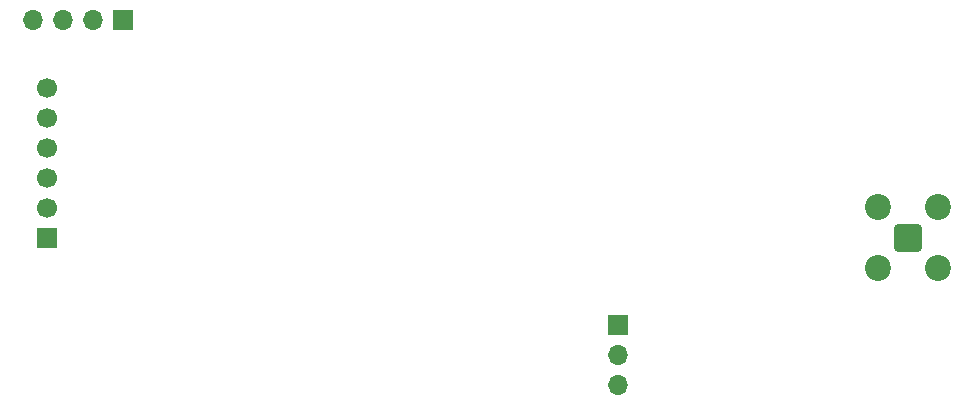
<source format=gbr>
%TF.GenerationSoftware,KiCad,Pcbnew,9.0.1-9.0.1-0~ubuntu24.04.1*%
%TF.CreationDate,2025-04-20T16:10:43+07:00*%
%TF.ProjectId,Gateway PCB v2,47617465-7761-4792-9050-43422076322e,rev?*%
%TF.SameCoordinates,Original*%
%TF.FileFunction,Soldermask,Bot*%
%TF.FilePolarity,Negative*%
%FSLAX46Y46*%
G04 Gerber Fmt 4.6, Leading zero omitted, Abs format (unit mm)*
G04 Created by KiCad (PCBNEW 9.0.1-9.0.1-0~ubuntu24.04.1) date 2025-04-20 16:10:43*
%MOMM*%
%LPD*%
G01*
G04 APERTURE LIST*
G04 Aperture macros list*
%AMRoundRect*
0 Rectangle with rounded corners*
0 $1 Rounding radius*
0 $2 $3 $4 $5 $6 $7 $8 $9 X,Y pos of 4 corners*
0 Add a 4 corners polygon primitive as box body*
4,1,4,$2,$3,$4,$5,$6,$7,$8,$9,$2,$3,0*
0 Add four circle primitives for the rounded corners*
1,1,$1+$1,$2,$3*
1,1,$1+$1,$4,$5*
1,1,$1+$1,$6,$7*
1,1,$1+$1,$8,$9*
0 Add four rect primitives between the rounded corners*
20,1,$1+$1,$2,$3,$4,$5,0*
20,1,$1+$1,$4,$5,$6,$7,0*
20,1,$1+$1,$6,$7,$8,$9,0*
20,1,$1+$1,$8,$9,$2,$3,0*%
G04 Aperture macros list end*
%ADD10R,1.700000X1.700000*%
%ADD11C,1.700000*%
%ADD12O,1.700000X1.700000*%
%ADD13RoundRect,0.200100X-0.949900X0.949900X-0.949900X-0.949900X0.949900X-0.949900X0.949900X0.949900X0*%
%ADD14C,2.200000*%
G04 APERTURE END LIST*
D10*
%TO.C,J3*%
X65850000Y-82595000D03*
D11*
X65850000Y-80055000D03*
X65850000Y-77515000D03*
X65850000Y-74975000D03*
X65850000Y-72435000D03*
X65850000Y-69895000D03*
%TD*%
D10*
%TO.C,J2*%
X72320000Y-64100000D03*
D12*
X69780000Y-64100000D03*
X67240000Y-64100000D03*
X64700000Y-64100000D03*
%TD*%
D13*
%TO.C,J1*%
X138787500Y-82532500D03*
D14*
X141337500Y-79982500D03*
X136237500Y-79982500D03*
X141337500Y-85082500D03*
X136237500Y-85082500D03*
%TD*%
D10*
%TO.C,J4*%
X114250000Y-89965000D03*
D12*
X114250000Y-92505000D03*
X114250000Y-95045000D03*
%TD*%
M02*

</source>
